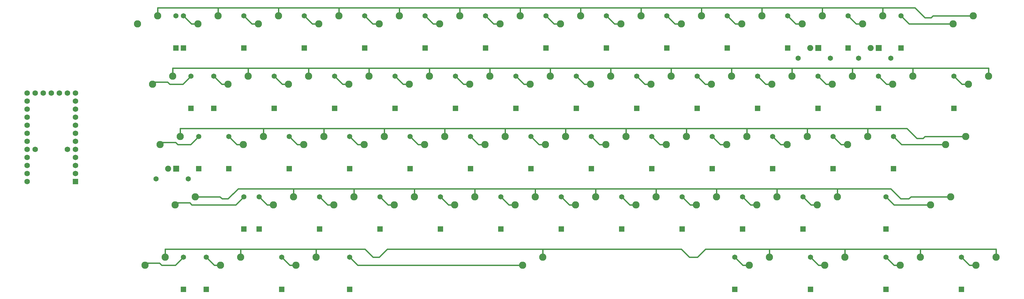
<source format=gtl>
G04 #@! TF.FileFunction,Copper,L1,Top,Signal*
%FSLAX46Y46*%
G04 Gerber Fmt 4.6, Leading zero omitted, Abs format (unit mm)*
G04 Created by KiCad (PCBNEW 4.1.0-alpha+201607250105+6992~46~ubuntu16.04.1-product) date Thu Aug 25 14:36:27 2016*
%MOMM*%
%LPD*%
G01*
G04 APERTURE LIST*
%ADD10C,0.150000*%
%ADD11C,1.905000*%
%ADD12R,1.905000X1.905000*%
%ADD13C,1.651000*%
%ADD14C,2.286000*%
%ADD15R,1.752600X1.752600*%
%ADD16C,1.752600*%
%ADD17R,1.651000X1.651000*%
%ADD18C,0.457200*%
G04 APERTURE END LIST*
D10*
D11*
X259080000Y-55880000D03*
D12*
X261620000Y-55880000D03*
D11*
X56673750Y-93980000D03*
D12*
X59213750Y-93980000D03*
D11*
X278130000Y-55880000D03*
D12*
X280670000Y-55880000D03*
D13*
X255270000Y-59134375D03*
X265430000Y-59134375D03*
X52863750Y-97234375D03*
X63023750Y-97234375D03*
X274320000Y-59134375D03*
X284480000Y-59134375D03*
D14*
X55721250Y-121920000D03*
X49371250Y-124460000D03*
X79533750Y-121920000D03*
X73183750Y-124460000D03*
X103346250Y-121920000D03*
X96996250Y-124460000D03*
X246221250Y-121920000D03*
X239871250Y-124460000D03*
X270033750Y-121920000D03*
X263683750Y-124460000D03*
X293846250Y-121920000D03*
X287496250Y-124460000D03*
X317658750Y-121920000D03*
X311308750Y-124460000D03*
X65246250Y-102870000D03*
X58896250Y-105410000D03*
X96202500Y-102870000D03*
X89852500Y-105410000D03*
X115252500Y-102870000D03*
X108902500Y-105410000D03*
X134302500Y-102870000D03*
X127952500Y-105410000D03*
X153352500Y-102870000D03*
X147002500Y-105410000D03*
X172402500Y-102870000D03*
X166052500Y-105410000D03*
X191452500Y-102870000D03*
X185102500Y-105410000D03*
X210502500Y-102870000D03*
X204152500Y-105410000D03*
X229552500Y-102870000D03*
X223202500Y-105410000D03*
X248602500Y-102870000D03*
X242252500Y-105410000D03*
X267652500Y-102870000D03*
X261302500Y-105410000D03*
X303371250Y-102870000D03*
X297021250Y-105410000D03*
X60483750Y-83820000D03*
X54133750Y-86360000D03*
X86677500Y-83820000D03*
X80327500Y-86360000D03*
X105727500Y-83820000D03*
X99377500Y-86360000D03*
X124777500Y-83820000D03*
X118427500Y-86360000D03*
X143827500Y-83820000D03*
X137477500Y-86360000D03*
X162877500Y-83820000D03*
X156527500Y-86360000D03*
X181927500Y-83820000D03*
X175577500Y-86360000D03*
X200977500Y-83820000D03*
X194627500Y-86360000D03*
X220027500Y-83820000D03*
X213677500Y-86360000D03*
X239077500Y-83820000D03*
X232727500Y-86360000D03*
X258127500Y-83820000D03*
X251777500Y-86360000D03*
X277177500Y-83820000D03*
X270827500Y-86360000D03*
X308133750Y-83820000D03*
X301783750Y-86360000D03*
X58102500Y-64770000D03*
X51752500Y-67310000D03*
X81915000Y-64770000D03*
X75565000Y-67310000D03*
X100965000Y-64770000D03*
X94615000Y-67310000D03*
X120015000Y-64770000D03*
X113665000Y-67310000D03*
X139065000Y-64770000D03*
X132715000Y-67310000D03*
X158115000Y-64770000D03*
X151765000Y-67310000D03*
X177165000Y-64770000D03*
X170815000Y-67310000D03*
X196215000Y-64770000D03*
X189865000Y-67310000D03*
X215265000Y-64770000D03*
X208915000Y-67310000D03*
X234315000Y-64770000D03*
X227965000Y-67310000D03*
X253365000Y-64770000D03*
X247015000Y-67310000D03*
X272415000Y-64770000D03*
X266065000Y-67310000D03*
X291465000Y-64770000D03*
X285115000Y-67310000D03*
X315277500Y-64770000D03*
X308927500Y-67310000D03*
X53340000Y-45720000D03*
X46990000Y-48260000D03*
X72390000Y-45720000D03*
X66040000Y-48260000D03*
X91440000Y-45720000D03*
X85090000Y-48260000D03*
X110490000Y-45720000D03*
X104140000Y-48260000D03*
X129540000Y-45720000D03*
X123190000Y-48260000D03*
X148590000Y-45720000D03*
X142240000Y-48260000D03*
X167640000Y-45720000D03*
X161290000Y-48260000D03*
X186690000Y-45720000D03*
X180340000Y-48260000D03*
X205740000Y-45720000D03*
X199390000Y-48260000D03*
X224790000Y-45720000D03*
X218440000Y-48260000D03*
X243840000Y-45720000D03*
X237490000Y-48260000D03*
X262890000Y-45720000D03*
X256540000Y-48260000D03*
X281940000Y-45720000D03*
X275590000Y-48260000D03*
X310515000Y-45720000D03*
X304165000Y-48260000D03*
D15*
X27463750Y-98107500D03*
D16*
X27463750Y-95567500D03*
X27463750Y-93027500D03*
X27463750Y-90487500D03*
X27463750Y-87947500D03*
X27463750Y-85407500D03*
X27463750Y-82867500D03*
X27463750Y-80327500D03*
X27463750Y-77787500D03*
X27463750Y-75247500D03*
X27463750Y-72707500D03*
X27463750Y-70167500D03*
X24923750Y-70167500D03*
X22383750Y-70167500D03*
X19843750Y-70167500D03*
X17303750Y-70167500D03*
X14763750Y-70167500D03*
X12223750Y-70167500D03*
X12223750Y-72707500D03*
X12223750Y-75247500D03*
X12223750Y-77787500D03*
X12223750Y-80327500D03*
X12223750Y-82867500D03*
X12223750Y-85407500D03*
X12223750Y-87947500D03*
X12223750Y-90487500D03*
X12223750Y-93027500D03*
X12223750Y-95567500D03*
X12223750Y-98107500D03*
X14763750Y-87947500D03*
X24923750Y-87947500D03*
D13*
X287734375Y-45720000D03*
D17*
X287734375Y-55880000D03*
D13*
X271065625Y-45720000D03*
D17*
X271065625Y-55880000D03*
D13*
X252015625Y-45720000D03*
D17*
X252015625Y-55880000D03*
D13*
X232965625Y-45720000D03*
D17*
X232965625Y-55880000D03*
D13*
X213915625Y-45720000D03*
D17*
X213915625Y-55880000D03*
D13*
X194865625Y-45720000D03*
D17*
X194865625Y-55880000D03*
D13*
X175815625Y-45720000D03*
D17*
X175815625Y-55880000D03*
D13*
X156765625Y-45720000D03*
D17*
X156765625Y-55880000D03*
D13*
X137715625Y-45720000D03*
D17*
X137715625Y-55880000D03*
D13*
X118665625Y-45720000D03*
D17*
X118665625Y-55880000D03*
D13*
X99615625Y-45720000D03*
D17*
X99615625Y-55880000D03*
D13*
X80565625Y-45720000D03*
D17*
X80565625Y-55880000D03*
D13*
X61515625Y-45720000D03*
D17*
X61515625Y-55880000D03*
D13*
X59134375Y-45720000D03*
D17*
X59134375Y-55880000D03*
D13*
X304403125Y-64770000D03*
D17*
X304403125Y-74930000D03*
D13*
X280590625Y-64770000D03*
D17*
X280590625Y-74930000D03*
D13*
X261540625Y-64770000D03*
D17*
X261540625Y-74930000D03*
D13*
X242490625Y-64770000D03*
D17*
X242490625Y-74930000D03*
D13*
X223440625Y-64770000D03*
D17*
X223440625Y-74930000D03*
D13*
X204390625Y-64770000D03*
D17*
X204390625Y-74930000D03*
D13*
X185340625Y-64770000D03*
D17*
X185340625Y-74930000D03*
D13*
X166290625Y-64770000D03*
D17*
X166290625Y-74930000D03*
D13*
X147240625Y-64770000D03*
D17*
X147240625Y-74930000D03*
D13*
X128190625Y-64770000D03*
D17*
X128190625Y-74930000D03*
D13*
X109140625Y-64770000D03*
D17*
X109140625Y-74930000D03*
D13*
X90090625Y-64770000D03*
D17*
X90090625Y-74930000D03*
D13*
X71040625Y-64770000D03*
D17*
X71040625Y-74930000D03*
D13*
X63896875Y-64770000D03*
D17*
X63896875Y-74930000D03*
D13*
X285353125Y-83820000D03*
D17*
X285353125Y-93980000D03*
D13*
X266303125Y-83820000D03*
D17*
X266303125Y-93980000D03*
D13*
X247253125Y-83820000D03*
D17*
X247253125Y-93980000D03*
D13*
X228203125Y-83820000D03*
D17*
X228203125Y-93980000D03*
D13*
X209153125Y-83820000D03*
D17*
X209153125Y-93980000D03*
D13*
X190103125Y-83820000D03*
D17*
X190103125Y-93980000D03*
D13*
X171053125Y-83820000D03*
D17*
X171053125Y-93980000D03*
D13*
X152003125Y-83820000D03*
D17*
X152003125Y-93980000D03*
D13*
X132953125Y-83820000D03*
D17*
X132953125Y-93980000D03*
D13*
X113903125Y-83820000D03*
D17*
X113903125Y-93980000D03*
D13*
X94853125Y-83820000D03*
D17*
X94853125Y-93980000D03*
D13*
X75803125Y-83820000D03*
D17*
X75803125Y-93980000D03*
D13*
X66278125Y-83820000D03*
D17*
X66278125Y-93980000D03*
D13*
X282971875Y-102870000D03*
D17*
X282971875Y-113030000D03*
D13*
X256778125Y-102870000D03*
D17*
X256778125Y-113030000D03*
D13*
X237728125Y-102870000D03*
D17*
X237728125Y-113030000D03*
D13*
X218678125Y-102870000D03*
D17*
X218678125Y-113030000D03*
D13*
X199628125Y-102870000D03*
D17*
X199628125Y-113030000D03*
D13*
X180578125Y-102870000D03*
D17*
X180578125Y-113030000D03*
D13*
X161528125Y-102870000D03*
D17*
X161528125Y-113030000D03*
D13*
X142478125Y-102870000D03*
D17*
X142478125Y-113030000D03*
D13*
X123428125Y-102870000D03*
D17*
X123428125Y-113030000D03*
D13*
X104378125Y-102870000D03*
D17*
X104378125Y-113030000D03*
D13*
X85328125Y-102870000D03*
D17*
X85328125Y-113030000D03*
D13*
X80565625Y-102870000D03*
D17*
X80565625Y-113030000D03*
D13*
X306784375Y-121920000D03*
D17*
X306784375Y-132080000D03*
D13*
X282971875Y-121920000D03*
D17*
X282971875Y-132080000D03*
D13*
X259159375Y-121920000D03*
D17*
X259159375Y-132080000D03*
D13*
X235346875Y-121920000D03*
D17*
X235346875Y-132080000D03*
D13*
X113903125Y-121920000D03*
D17*
X113903125Y-132080000D03*
D13*
X92471875Y-121920000D03*
D17*
X92471875Y-132080000D03*
D13*
X68659375Y-121920000D03*
D17*
X68659375Y-132080000D03*
D13*
X61515625Y-121920000D03*
D17*
X61515625Y-132080000D03*
D14*
X174783750Y-121920000D03*
X168433750Y-124460000D03*
D18*
X174783750Y-121920000D02*
X174783750Y-119380000D01*
X121285000Y-121920000D02*
X123190000Y-121920000D01*
X220980000Y-121920000D02*
X223520000Y-121920000D01*
X218440000Y-119380000D02*
X220980000Y-121920000D01*
X125730000Y-119380000D02*
X174783750Y-119380000D01*
X174783750Y-119380000D02*
X218440000Y-119380000D01*
X123190000Y-121920000D02*
X125730000Y-119380000D01*
X226060000Y-119380000D02*
X246221250Y-119380000D01*
X223520000Y-121920000D02*
X226060000Y-119380000D01*
X103346250Y-119380000D02*
X118745000Y-119380000D01*
X118745000Y-119380000D02*
X121285000Y-121920000D01*
X293846250Y-121920000D02*
X293846250Y-119380000D01*
X270033750Y-121920000D02*
X270033750Y-119380000D01*
X246221250Y-121920000D02*
X246221250Y-119380000D01*
X103346250Y-121920000D02*
X103346250Y-119380000D01*
X79533750Y-121920000D02*
X79533750Y-119380000D01*
X55721250Y-121920000D02*
X55721250Y-119380000D01*
X55721250Y-119380000D02*
X79533750Y-119380000D01*
X79533750Y-119380000D02*
X103346250Y-119380000D01*
X246221250Y-119380000D02*
X270033750Y-119380000D01*
X270033750Y-119380000D02*
X293846250Y-119380000D01*
X293846250Y-119380000D02*
X317658750Y-119380000D01*
X317658750Y-119380000D02*
X317658750Y-121920000D01*
X65246250Y-102870000D02*
X73025000Y-102870000D01*
X75565000Y-103505000D02*
X78740000Y-100330000D01*
X73660000Y-103505000D02*
X75565000Y-103505000D01*
X73025000Y-102870000D02*
X73660000Y-103505000D01*
X267652500Y-102870000D02*
X267652500Y-100330000D01*
X248602500Y-100330000D02*
X267652500Y-100330000D01*
X267652500Y-100330000D02*
X284480000Y-100330000D01*
X290830000Y-102870000D02*
X290195000Y-103505000D01*
X290195000Y-103505000D02*
X287655000Y-103505000D01*
X287655000Y-103505000D02*
X284480000Y-100330000D01*
X290830000Y-102870000D02*
X303371250Y-102870000D01*
X248602500Y-102870000D02*
X248602500Y-100330000D01*
X229552500Y-102870000D02*
X229552500Y-100330000D01*
X210502500Y-102870000D02*
X210502500Y-100330000D01*
X191452500Y-102870000D02*
X191452500Y-100330000D01*
X172402500Y-102870000D02*
X172402500Y-100330000D01*
X153352500Y-102870000D02*
X153352500Y-100330000D01*
X134302500Y-102870000D02*
X134302500Y-100330000D01*
X115252500Y-102870000D02*
X115252500Y-100330000D01*
X96202500Y-102870000D02*
X96202500Y-100330000D01*
X78740000Y-100330000D02*
X96202500Y-100330000D01*
X96202500Y-100330000D02*
X115252500Y-100330000D01*
X115252500Y-100330000D02*
X134302500Y-100330000D01*
X134302500Y-100330000D02*
X153352500Y-100330000D01*
X153352500Y-100330000D02*
X172402500Y-100330000D01*
X172402500Y-100330000D02*
X191452500Y-100330000D01*
X191452500Y-100330000D02*
X210502500Y-100330000D01*
X210502500Y-100330000D02*
X229552500Y-100330000D01*
X229552500Y-100330000D02*
X248602500Y-100330000D01*
X86677500Y-83820000D02*
X86677500Y-81280000D01*
X105727500Y-83820000D02*
X105727500Y-81280000D01*
X124777500Y-83820000D02*
X124777500Y-81280000D01*
X143827500Y-83820000D02*
X143827500Y-81280000D01*
X162877500Y-83820000D02*
X162877500Y-81280000D01*
X181927500Y-83820000D02*
X181927500Y-81280000D01*
X200977500Y-83820000D02*
X200977500Y-81280000D01*
X220027500Y-83820000D02*
X220027500Y-81280000D01*
X239077500Y-83820000D02*
X239077500Y-81280000D01*
X258127500Y-83820000D02*
X258127500Y-81280000D01*
X277177500Y-83820000D02*
X277177500Y-81280000D01*
X60483750Y-81280000D02*
X86677500Y-81280000D01*
X86677500Y-81280000D02*
X105727500Y-81280000D01*
X105727500Y-81280000D02*
X124777500Y-81280000D01*
X124777500Y-81280000D02*
X143827500Y-81280000D01*
X143827500Y-81280000D02*
X162877500Y-81280000D01*
X162877500Y-81280000D02*
X181927500Y-81280000D01*
X181927500Y-81280000D02*
X200977500Y-81280000D01*
X200977500Y-81280000D02*
X220027500Y-81280000D01*
X220027500Y-81280000D02*
X239077500Y-81280000D01*
X239077500Y-81280000D02*
X258127500Y-81280000D01*
X258127500Y-81280000D02*
X277177500Y-81280000D01*
X277177500Y-81280000D02*
X289560000Y-81280000D01*
X295275000Y-83820000D02*
X308133750Y-83820000D01*
X294640000Y-84455000D02*
X295275000Y-83820000D01*
X292735000Y-84455000D02*
X294640000Y-84455000D01*
X289560000Y-81280000D02*
X292735000Y-84455000D01*
X60483750Y-83820000D02*
X60483750Y-81280000D01*
X81915000Y-64770000D02*
X81915000Y-62230000D01*
X100965000Y-64770000D02*
X100965000Y-62230000D01*
X120015000Y-64770000D02*
X120015000Y-62230000D01*
X139065000Y-64770000D02*
X139065000Y-62230000D01*
X158115000Y-64770000D02*
X158115000Y-62230000D01*
X177165000Y-64770000D02*
X177165000Y-62230000D01*
X196215000Y-64770000D02*
X196215000Y-62230000D01*
X215265000Y-64770000D02*
X215265000Y-62230000D01*
X234315000Y-64770000D02*
X234315000Y-62230000D01*
X253365000Y-64770000D02*
X253365000Y-62230000D01*
X272415000Y-64770000D02*
X272415000Y-62230000D01*
X291465000Y-64770000D02*
X291465000Y-62230000D01*
X315277500Y-64770000D02*
X315277500Y-62230000D01*
X58102500Y-62230000D02*
X81915000Y-62230000D01*
X81915000Y-62230000D02*
X100965000Y-62230000D01*
X100965000Y-62230000D02*
X120015000Y-62230000D01*
X120015000Y-62230000D02*
X139065000Y-62230000D01*
X139065000Y-62230000D02*
X158115000Y-62230000D01*
X158115000Y-62230000D02*
X177165000Y-62230000D01*
X177165000Y-62230000D02*
X196215000Y-62230000D01*
X196215000Y-62230000D02*
X215265000Y-62230000D01*
X215265000Y-62230000D02*
X234315000Y-62230000D01*
X234315000Y-62230000D02*
X253365000Y-62230000D01*
X253365000Y-62230000D02*
X272415000Y-62230000D01*
X272415000Y-62230000D02*
X291465000Y-62230000D01*
X291465000Y-62230000D02*
X315277500Y-62230000D01*
X58102500Y-64770000D02*
X58102500Y-62230000D01*
X72390000Y-45720000D02*
X72390000Y-43180000D01*
X91440000Y-45720000D02*
X91440000Y-43180000D01*
X110490000Y-45720000D02*
X110490000Y-43180000D01*
X129540000Y-45720000D02*
X129540000Y-43180000D01*
X148590000Y-45720000D02*
X148590000Y-43180000D01*
X167640000Y-45720000D02*
X167640000Y-43180000D01*
X186690000Y-45720000D02*
X186690000Y-43180000D01*
X205740000Y-45720000D02*
X205740000Y-43180000D01*
X224790000Y-45720000D02*
X224790000Y-43180000D01*
X243840000Y-45720000D02*
X243840000Y-43180000D01*
X262890000Y-45720000D02*
X262890000Y-43180000D01*
X281940000Y-45720000D02*
X281940000Y-43180000D01*
X310515000Y-45720000D02*
X297815000Y-45720000D01*
X295275000Y-46355000D02*
X292100000Y-43180000D01*
X297180000Y-46355000D02*
X295275000Y-46355000D01*
X297815000Y-45720000D02*
X297180000Y-46355000D01*
X53340000Y-43180000D02*
X72390000Y-43180000D01*
X72390000Y-43180000D02*
X91440000Y-43180000D01*
X91440000Y-43180000D02*
X110490000Y-43180000D01*
X110490000Y-43180000D02*
X129540000Y-43180000D01*
X129540000Y-43180000D02*
X148590000Y-43180000D01*
X148590000Y-43180000D02*
X167640000Y-43180000D01*
X167640000Y-43180000D02*
X186690000Y-43180000D01*
X186690000Y-43180000D02*
X205740000Y-43180000D01*
X205740000Y-43180000D02*
X224790000Y-43180000D01*
X224790000Y-43180000D02*
X243840000Y-43180000D01*
X243840000Y-43180000D02*
X262890000Y-43180000D01*
X262890000Y-43180000D02*
X281940000Y-43180000D01*
X281940000Y-43180000D02*
X292100000Y-43180000D01*
X53340000Y-45720000D02*
X53340000Y-43180000D01*
X49371250Y-124460000D02*
X50006250Y-123825000D01*
X50006250Y-123825000D02*
X53975000Y-123825000D01*
X53975000Y-123825000D02*
X54610000Y-124460000D01*
X54610000Y-124460000D02*
X58975625Y-124460000D01*
X58975625Y-124460000D02*
X61515625Y-121920000D01*
X73183750Y-124460000D02*
X71199375Y-124460000D01*
X71199375Y-124460000D02*
X68659375Y-121920000D01*
X96996250Y-124460000D02*
X95011875Y-124460000D01*
X95011875Y-124460000D02*
X92471875Y-121920000D01*
X239871250Y-124460000D02*
X237886875Y-124460000D01*
X237886875Y-124460000D02*
X235346875Y-121920000D01*
X263683750Y-124460000D02*
X261699375Y-124460000D01*
X261699375Y-124460000D02*
X259159375Y-121920000D01*
X287496250Y-124460000D02*
X285511875Y-124460000D01*
X285511875Y-124460000D02*
X282971875Y-121920000D01*
X311308750Y-124460000D02*
X309324375Y-124460000D01*
X309324375Y-124460000D02*
X306784375Y-121920000D01*
X89852500Y-105410000D02*
X87868125Y-105410000D01*
X87868125Y-105410000D02*
X85328125Y-102870000D01*
X108902500Y-105410000D02*
X106918125Y-105410000D01*
X106918125Y-105410000D02*
X104378125Y-102870000D01*
X127952500Y-105410000D02*
X125968125Y-105410000D01*
X125968125Y-105410000D02*
X123428125Y-102870000D01*
X147002500Y-105410000D02*
X145018125Y-105410000D01*
X145018125Y-105410000D02*
X142478125Y-102870000D01*
X166052500Y-105410000D02*
X164068125Y-105410000D01*
X164068125Y-105410000D02*
X161528125Y-102870000D01*
X185102500Y-105410000D02*
X183118125Y-105410000D01*
X183118125Y-105410000D02*
X180578125Y-102870000D01*
X204152500Y-105410000D02*
X202168125Y-105410000D01*
X202168125Y-105410000D02*
X199628125Y-102870000D01*
X223202500Y-105410000D02*
X221218125Y-105410000D01*
X221218125Y-105410000D02*
X218678125Y-102870000D01*
X242252500Y-105410000D02*
X240268125Y-105410000D01*
X240268125Y-105410000D02*
X237728125Y-102870000D01*
X261302500Y-105410000D02*
X259318125Y-105410000D01*
X259318125Y-105410000D02*
X256778125Y-102870000D01*
X54133750Y-86360000D02*
X54768750Y-85725000D01*
X54768750Y-85725000D02*
X59055000Y-85725000D01*
X59055000Y-85725000D02*
X59690000Y-86360000D01*
X59690000Y-86360000D02*
X63738125Y-86360000D01*
X63738125Y-86360000D02*
X66278125Y-83820000D01*
X80327500Y-86360000D02*
X78343125Y-86360000D01*
X78343125Y-86360000D02*
X75803125Y-83820000D01*
X99377500Y-86360000D02*
X97393125Y-86360000D01*
X97393125Y-86360000D02*
X94853125Y-83820000D01*
X118427500Y-86360000D02*
X116443125Y-86360000D01*
X116443125Y-86360000D02*
X113903125Y-83820000D01*
X137477500Y-86360000D02*
X135493125Y-86360000D01*
X135493125Y-86360000D02*
X132953125Y-83820000D01*
X156527500Y-86360000D02*
X154543125Y-86360000D01*
X154543125Y-86360000D02*
X152003125Y-83820000D01*
X175577500Y-86360000D02*
X173593125Y-86360000D01*
X173593125Y-86360000D02*
X171053125Y-83820000D01*
X194627500Y-86360000D02*
X192643125Y-86360000D01*
X192643125Y-86360000D02*
X190103125Y-83820000D01*
X213677500Y-86360000D02*
X211693125Y-86360000D01*
X211693125Y-86360000D02*
X209153125Y-83820000D01*
X232727500Y-86360000D02*
X230743125Y-86360000D01*
X230743125Y-86360000D02*
X228203125Y-83820000D01*
X251777500Y-86360000D02*
X249793125Y-86360000D01*
X249793125Y-86360000D02*
X247253125Y-83820000D01*
X270827500Y-86360000D02*
X268843125Y-86360000D01*
X268843125Y-86360000D02*
X266303125Y-83820000D01*
X51752500Y-67310000D02*
X52387500Y-66675000D01*
X52387500Y-66675000D02*
X56515000Y-66675000D01*
X56515000Y-66675000D02*
X57150000Y-67310000D01*
X57150000Y-67310000D02*
X61356875Y-67310000D01*
X61356875Y-67310000D02*
X63896875Y-64770000D01*
X75565000Y-67310000D02*
X73580625Y-67310000D01*
X73580625Y-67310000D02*
X71040625Y-64770000D01*
X94615000Y-67310000D02*
X92630625Y-67310000D01*
X92630625Y-67310000D02*
X90090625Y-64770000D01*
X113665000Y-67310000D02*
X111680625Y-67310000D01*
X111680625Y-67310000D02*
X109140625Y-64770000D01*
X132715000Y-67310000D02*
X130730625Y-67310000D01*
X130730625Y-67310000D02*
X128190625Y-64770000D01*
X151765000Y-67310000D02*
X149780625Y-67310000D01*
X149780625Y-67310000D02*
X147240625Y-64770000D01*
X170815000Y-67310000D02*
X168830625Y-67310000D01*
X168830625Y-67310000D02*
X166290625Y-64770000D01*
X189865000Y-67310000D02*
X187880625Y-67310000D01*
X187880625Y-67310000D02*
X185340625Y-64770000D01*
X208915000Y-67310000D02*
X206930625Y-67310000D01*
X206930625Y-67310000D02*
X204390625Y-64770000D01*
X227965000Y-67310000D02*
X225980625Y-67310000D01*
X225980625Y-67310000D02*
X223440625Y-64770000D01*
X247015000Y-67310000D02*
X245030625Y-67310000D01*
X245030625Y-67310000D02*
X242490625Y-64770000D01*
X266065000Y-67310000D02*
X264080625Y-67310000D01*
X264080625Y-67310000D02*
X261540625Y-64770000D01*
X285115000Y-67310000D02*
X283130625Y-67310000D01*
X283130625Y-67310000D02*
X280590625Y-64770000D01*
X308927500Y-67310000D02*
X306943125Y-67310000D01*
X306943125Y-67310000D02*
X304403125Y-64770000D01*
X66040000Y-48260000D02*
X64055625Y-48260000D01*
X64055625Y-48260000D02*
X61515625Y-45720000D01*
X85090000Y-48260000D02*
X83105625Y-48260000D01*
X83105625Y-48260000D02*
X80565625Y-45720000D01*
X104140000Y-48260000D02*
X102155625Y-48260000D01*
X102155625Y-48260000D02*
X99615625Y-45720000D01*
X123190000Y-48260000D02*
X121205625Y-48260000D01*
X121205625Y-48260000D02*
X118665625Y-45720000D01*
X142240000Y-48260000D02*
X140255625Y-48260000D01*
X140255625Y-48260000D02*
X137715625Y-45720000D01*
X161290000Y-48260000D02*
X159305625Y-48260000D01*
X159305625Y-48260000D02*
X156765625Y-45720000D01*
X180340000Y-48260000D02*
X178355625Y-48260000D01*
X178355625Y-48260000D02*
X175815625Y-45720000D01*
X199390000Y-48260000D02*
X197405625Y-48260000D01*
X197405625Y-48260000D02*
X194865625Y-45720000D01*
X218440000Y-48260000D02*
X216455625Y-48260000D01*
X216455625Y-48260000D02*
X213915625Y-45720000D01*
X237490000Y-48260000D02*
X235505625Y-48260000D01*
X235505625Y-48260000D02*
X232965625Y-45720000D01*
X256540000Y-48260000D02*
X254555625Y-48260000D01*
X254555625Y-48260000D02*
X252015625Y-45720000D01*
X275590000Y-48260000D02*
X273605625Y-48260000D01*
X273605625Y-48260000D02*
X271065625Y-45720000D01*
X304165000Y-48260000D02*
X290274375Y-48260000D01*
X290274375Y-48260000D02*
X287734375Y-45720000D01*
X168433750Y-124460000D02*
X116443125Y-124460000D01*
X116443125Y-124460000D02*
X113903125Y-121920000D01*
X58896250Y-105410000D02*
X59531250Y-104775000D01*
X59531250Y-104775000D02*
X63500000Y-104775000D01*
X63500000Y-104775000D02*
X64135000Y-105410000D01*
X64135000Y-105410000D02*
X78025625Y-105410000D01*
X78025625Y-105410000D02*
X80565625Y-102870000D01*
X297021250Y-105410000D02*
X285511875Y-105410000D01*
X285511875Y-105410000D02*
X282971875Y-102870000D01*
X301783750Y-86360000D02*
X287893125Y-86360000D01*
X287893125Y-86360000D02*
X285353125Y-83820000D01*
M02*

</source>
